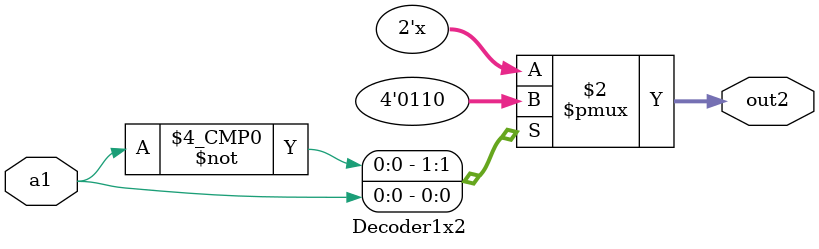
<source format=sv>
`timescale 1ns / 1ps


module Decoder1x2(input logic a1,
                    output reg [1:0] out2
                );

    always @(a1) begin
        case(a1)
            1'b0: begin out2=2'b01; end
            1'b1: begin out2=2'b10; end
        endcase
    end
endmodule

</source>
